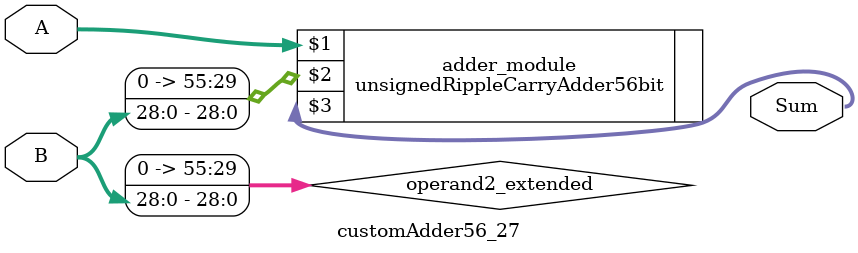
<source format=v>
module customAdder56_27(
                        input [55 : 0] A,
                        input [28 : 0] B,
                        
                        output [56 : 0] Sum
                );

        wire [55 : 0] operand2_extended;
        
        assign operand2_extended =  {27'b0, B};
        
        unsignedRippleCarryAdder56bit adder_module(
            A,
            operand2_extended,
            Sum
        );
        
        endmodule
        
</source>
